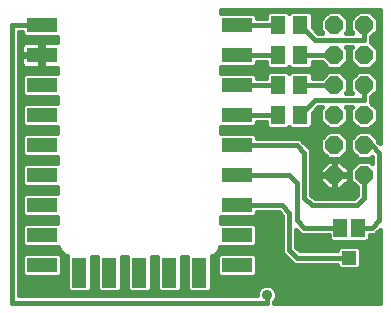
<source format=gtl>
G75*
%MOIN*%
%OFA0B0*%
%FSLAX24Y24*%
%IPPOS*%
%LPD*%
%AMOC8*
5,1,8,0,0,1.08239X$1,22.5*
%
%ADD10R,0.0512X0.0591*%
%ADD11R,0.1000X0.0500*%
%ADD12R,0.0500X0.1000*%
%ADD13R,0.0472X0.0472*%
%ADD14R,0.0460X0.0630*%
%ADD15OC8,0.0600*%
%ADD16C,0.0160*%
%ADD17C,0.0357*%
%ADD18R,0.0396X0.0396*%
D10*
X012635Y009643D03*
X013384Y009643D03*
X013384Y010643D03*
X012635Y010643D03*
X012635Y011643D03*
X013384Y011643D03*
X013384Y012643D03*
X012635Y012643D03*
D11*
X011260Y012643D03*
X011260Y011643D03*
X011260Y010643D03*
X011260Y009643D03*
X011260Y008643D03*
X011260Y007643D03*
X011260Y006643D03*
X011260Y005643D03*
X011260Y004643D03*
X004760Y004643D03*
X004760Y005643D03*
X004760Y006643D03*
X004760Y007643D03*
X004760Y008643D03*
X004760Y009643D03*
X004760Y010643D03*
X004760Y011643D03*
X004760Y012643D03*
D12*
X006010Y004393D03*
X007010Y004393D03*
X008010Y004393D03*
X009010Y004393D03*
X010010Y004393D03*
D13*
X015010Y004893D03*
D14*
X015310Y005893D03*
X014710Y005893D03*
D15*
X014510Y007643D03*
X015510Y007643D03*
X015510Y008643D03*
X014510Y008643D03*
X014510Y009643D03*
X015510Y009643D03*
X015510Y010643D03*
X014510Y010643D03*
X014510Y011643D03*
X015510Y011643D03*
X015510Y012643D03*
X014510Y012643D03*
D16*
X012260Y003393D02*
X003760Y003393D01*
X003760Y012643D01*
X004760Y012643D01*
X005280Y012233D02*
X004193Y012233D01*
X004100Y012327D01*
X004100Y012403D01*
X004000Y012403D01*
X004000Y003633D01*
X011921Y003633D01*
X011921Y003711D01*
X011973Y003835D01*
X012068Y003930D01*
X012192Y003982D01*
X012327Y003982D01*
X012451Y003930D01*
X012546Y003835D01*
X012598Y003711D01*
X012598Y003576D01*
X012546Y003452D01*
X012500Y003405D01*
X012500Y003373D01*
X016022Y003373D01*
X016022Y005816D01*
X015895Y005690D01*
X015807Y005653D01*
X015700Y005653D01*
X015700Y005512D01*
X015606Y005418D01*
X015013Y005418D01*
X015010Y005422D01*
X015006Y005418D01*
X014413Y005418D01*
X014320Y005512D01*
X014320Y005653D01*
X013462Y005653D01*
X013374Y005690D01*
X013306Y005757D01*
X013250Y005814D01*
X013250Y005243D01*
X013359Y005133D01*
X014613Y005133D01*
X014613Y005196D01*
X014707Y005289D01*
X015312Y005289D01*
X015406Y005196D01*
X015406Y004591D01*
X015312Y004497D01*
X014707Y004497D01*
X014613Y004591D01*
X014613Y004653D01*
X013212Y004653D01*
X013124Y004690D01*
X013056Y004757D01*
X012806Y005007D01*
X012770Y005096D01*
X012770Y006294D01*
X012660Y006403D01*
X011920Y006403D01*
X011920Y006327D01*
X011826Y006233D01*
X010740Y006233D01*
X010740Y006053D01*
X011826Y006053D01*
X011920Y005960D01*
X011920Y005327D01*
X011826Y005233D01*
X010713Y005233D01*
X010666Y005121D01*
X010531Y004986D01*
X010420Y004940D01*
X010420Y003827D01*
X010326Y003733D01*
X009693Y003733D01*
X009600Y003827D01*
X009600Y004913D01*
X009420Y004913D01*
X009420Y003827D01*
X009326Y003733D01*
X008693Y003733D01*
X008600Y003827D01*
X008600Y004913D01*
X008420Y004913D01*
X008420Y003827D01*
X008326Y003733D01*
X007693Y003733D01*
X007600Y003827D01*
X007600Y004913D01*
X007420Y004913D01*
X007420Y003827D01*
X007326Y003733D01*
X006693Y003733D01*
X006600Y003827D01*
X006600Y004913D01*
X006420Y004913D01*
X006420Y003827D01*
X006326Y003733D01*
X005693Y003733D01*
X005600Y003827D01*
X005600Y004940D01*
X005488Y004986D01*
X005353Y005121D01*
X005306Y005233D01*
X004193Y005233D01*
X004100Y005327D01*
X004100Y005960D01*
X004193Y006053D01*
X005280Y006053D01*
X005280Y006233D01*
X004193Y006233D01*
X004100Y006327D01*
X004100Y006960D01*
X004193Y007053D01*
X005280Y007053D01*
X005280Y007233D01*
X004193Y007233D01*
X004100Y007327D01*
X004100Y007960D01*
X004193Y008053D01*
X005280Y008053D01*
X005280Y008233D01*
X004193Y008233D01*
X004100Y008327D01*
X004100Y008960D01*
X004193Y009053D01*
X005280Y009053D01*
X005280Y009233D01*
X004193Y009233D01*
X004100Y009327D01*
X004100Y009960D01*
X004193Y010053D01*
X005280Y010053D01*
X005280Y010233D01*
X004193Y010233D01*
X004100Y010327D01*
X004100Y010960D01*
X004193Y011053D01*
X005280Y011053D01*
X005280Y011213D01*
X004805Y011213D01*
X004805Y011598D01*
X004715Y011598D01*
X004715Y011213D01*
X004236Y011213D01*
X004190Y011226D01*
X004149Y011249D01*
X004115Y011283D01*
X004092Y011324D01*
X004080Y011370D01*
X004080Y011598D01*
X004715Y011598D01*
X004715Y011688D01*
X004715Y012073D01*
X004236Y012073D01*
X004190Y012061D01*
X004149Y012037D01*
X004115Y012004D01*
X004092Y011963D01*
X004080Y011917D01*
X004080Y011688D01*
X004715Y011688D01*
X004805Y011688D01*
X004805Y012073D01*
X005280Y012073D01*
X005280Y012233D01*
X005280Y012086D02*
X004000Y012086D01*
X004000Y011928D02*
X004082Y011928D01*
X004080Y011769D02*
X004000Y011769D01*
X004000Y011611D02*
X004715Y011611D01*
X004715Y011452D02*
X004805Y011452D01*
X004805Y011294D02*
X004715Y011294D01*
X005280Y011135D02*
X004000Y011135D01*
X004000Y010977D02*
X004117Y010977D01*
X004100Y010818D02*
X004000Y010818D01*
X004000Y010660D02*
X004100Y010660D01*
X004100Y010501D02*
X004000Y010501D01*
X004000Y010343D02*
X004100Y010343D01*
X004000Y010184D02*
X005280Y010184D01*
X004166Y010026D02*
X004000Y010026D01*
X004000Y009867D02*
X004100Y009867D01*
X004100Y009709D02*
X004000Y009709D01*
X004000Y009550D02*
X004100Y009550D01*
X004100Y009392D02*
X004000Y009392D01*
X004000Y009233D02*
X004193Y009233D01*
X004000Y009075D02*
X005280Y009075D01*
X005280Y008124D02*
X004000Y008124D01*
X004000Y007965D02*
X004105Y007965D01*
X004100Y007807D02*
X004000Y007807D01*
X004000Y007648D02*
X004100Y007648D01*
X004100Y007490D02*
X004000Y007490D01*
X004000Y007331D02*
X004100Y007331D01*
X004000Y007173D02*
X005280Y007173D01*
X005280Y006222D02*
X004000Y006222D01*
X004000Y006380D02*
X004100Y006380D01*
X004100Y006539D02*
X004000Y006539D01*
X004000Y006697D02*
X004100Y006697D01*
X004100Y006856D02*
X004000Y006856D01*
X004000Y007014D02*
X004154Y007014D01*
X004000Y006063D02*
X005280Y006063D01*
X005362Y005112D02*
X004000Y005112D01*
X004000Y004954D02*
X004100Y004954D01*
X004100Y004960D02*
X004100Y004327D01*
X004193Y004233D01*
X005326Y004233D01*
X005420Y004327D01*
X005420Y004960D01*
X005326Y005053D01*
X004193Y005053D01*
X004100Y004960D01*
X004100Y004795D02*
X004000Y004795D01*
X004000Y004637D02*
X004100Y004637D01*
X004100Y004478D02*
X004000Y004478D01*
X004000Y004320D02*
X004107Y004320D01*
X004000Y004161D02*
X005600Y004161D01*
X005600Y004003D02*
X004000Y004003D01*
X004000Y003844D02*
X005600Y003844D01*
X005600Y004320D02*
X005412Y004320D01*
X005420Y004478D02*
X005600Y004478D01*
X005600Y004637D02*
X005420Y004637D01*
X005420Y004795D02*
X005600Y004795D01*
X005566Y004954D02*
X005420Y004954D01*
X006420Y004795D02*
X006600Y004795D01*
X006600Y004637D02*
X006420Y004637D01*
X006420Y004478D02*
X006600Y004478D01*
X006600Y004320D02*
X006420Y004320D01*
X006420Y004161D02*
X006600Y004161D01*
X006600Y004003D02*
X006420Y004003D01*
X006420Y003844D02*
X006600Y003844D01*
X007420Y003844D02*
X007600Y003844D01*
X007600Y004003D02*
X007420Y004003D01*
X007420Y004161D02*
X007600Y004161D01*
X007600Y004320D02*
X007420Y004320D01*
X007420Y004478D02*
X007600Y004478D01*
X007600Y004637D02*
X007420Y004637D01*
X007420Y004795D02*
X007600Y004795D01*
X008420Y004795D02*
X008600Y004795D01*
X008600Y004637D02*
X008420Y004637D01*
X008420Y004478D02*
X008600Y004478D01*
X008600Y004320D02*
X008420Y004320D01*
X008420Y004161D02*
X008600Y004161D01*
X008600Y004003D02*
X008420Y004003D01*
X008420Y003844D02*
X008600Y003844D01*
X009420Y003844D02*
X009600Y003844D01*
X009600Y004003D02*
X009420Y004003D01*
X009420Y004161D02*
X009600Y004161D01*
X009600Y004320D02*
X009420Y004320D01*
X009420Y004478D02*
X009600Y004478D01*
X009600Y004637D02*
X009420Y004637D01*
X009420Y004795D02*
X009600Y004795D01*
X010420Y004795D02*
X010600Y004795D01*
X010600Y004954D02*
X010453Y004954D01*
X010600Y004960D02*
X010600Y004327D01*
X010693Y004233D01*
X011826Y004233D01*
X011920Y004327D01*
X011920Y004960D01*
X011826Y005053D01*
X010693Y005053D01*
X010600Y004960D01*
X010657Y005112D02*
X012770Y005112D01*
X012770Y005271D02*
X011863Y005271D01*
X011920Y005429D02*
X012770Y005429D01*
X012770Y005588D02*
X011920Y005588D01*
X011920Y005746D02*
X012770Y005746D01*
X012770Y005905D02*
X011920Y005905D01*
X011920Y006380D02*
X012683Y006380D01*
X012770Y006222D02*
X010740Y006222D01*
X010740Y006063D02*
X012770Y006063D01*
X013010Y006393D02*
X013010Y005143D01*
X013260Y004893D01*
X015010Y004893D01*
X015406Y004954D02*
X016022Y004954D01*
X016022Y005112D02*
X015406Y005112D01*
X015331Y005271D02*
X016022Y005271D01*
X016022Y005429D02*
X015617Y005429D01*
X015700Y005588D02*
X016022Y005588D01*
X016022Y005746D02*
X015952Y005746D01*
X015760Y005893D02*
X016010Y006143D01*
X016010Y008393D01*
X015760Y008643D01*
X015510Y008643D01*
X015220Y008282D02*
X014799Y008282D01*
X014700Y008183D02*
X014970Y008453D01*
X014970Y008834D01*
X014700Y009103D01*
X014319Y009103D01*
X014050Y008834D01*
X014050Y008453D01*
X014319Y008183D01*
X014700Y008183D01*
X014708Y008123D02*
X014530Y008123D01*
X014530Y007663D01*
X014990Y007663D01*
X014990Y007842D01*
X014708Y008123D01*
X014490Y008123D02*
X014311Y008123D01*
X014030Y007842D01*
X014030Y007663D01*
X014490Y007663D01*
X014490Y008123D01*
X014490Y007965D02*
X014530Y007965D01*
X014530Y007807D02*
X014490Y007807D01*
X014490Y007663D02*
X014530Y007663D01*
X014530Y007623D01*
X014990Y007623D01*
X014990Y007444D01*
X014708Y007163D01*
X014530Y007163D01*
X014530Y007623D01*
X014490Y007623D01*
X014490Y007163D01*
X014311Y007163D01*
X014030Y007444D01*
X014030Y007623D01*
X014490Y007623D01*
X014490Y007663D01*
X014490Y007648D02*
X013750Y007648D01*
X013750Y007490D02*
X014030Y007490D01*
X014143Y007331D02*
X013750Y007331D01*
X013750Y007173D02*
X014301Y007173D01*
X014490Y007173D02*
X014530Y007173D01*
X014530Y007331D02*
X014490Y007331D01*
X014490Y007490D02*
X014530Y007490D01*
X014530Y007648D02*
X015050Y007648D01*
X015050Y007490D02*
X014990Y007490D01*
X015050Y007453D02*
X015270Y007233D01*
X015270Y006993D01*
X015160Y006883D01*
X013859Y006883D01*
X013750Y006993D01*
X013750Y008441D01*
X013713Y008529D01*
X013645Y008597D01*
X013395Y008847D01*
X013307Y008883D01*
X011920Y008883D01*
X011920Y008960D01*
X011826Y009053D01*
X010740Y009053D01*
X010740Y009233D01*
X011826Y009233D01*
X011920Y009327D01*
X011920Y009403D01*
X012220Y009403D01*
X012220Y009282D01*
X012313Y009188D01*
X012958Y009188D01*
X013010Y009240D01*
X013061Y009188D01*
X013706Y009188D01*
X013799Y009282D01*
X013799Y009720D01*
X013983Y009903D01*
X014119Y009903D01*
X014050Y009834D01*
X014050Y009453D01*
X014319Y009183D01*
X014700Y009183D01*
X014970Y009453D01*
X014970Y009834D01*
X014900Y009903D01*
X015119Y009903D01*
X015050Y009834D01*
X015050Y009453D01*
X015319Y009183D01*
X015700Y009183D01*
X015970Y009453D01*
X015970Y009834D01*
X015737Y010066D01*
X015750Y010096D01*
X015750Y010233D01*
X015970Y010453D01*
X015970Y010834D01*
X015700Y011103D01*
X015319Y011103D01*
X015050Y010834D01*
X015050Y010453D01*
X015119Y010383D01*
X014900Y010383D01*
X014970Y010453D01*
X014970Y010834D01*
X014700Y011103D01*
X014319Y011103D01*
X014099Y010883D01*
X013799Y010883D01*
X013799Y011005D01*
X013706Y011099D01*
X013061Y011099D01*
X013010Y011047D01*
X012958Y011099D01*
X012313Y011099D01*
X012220Y011005D01*
X012220Y010883D01*
X011920Y010883D01*
X011920Y010960D01*
X011826Y011053D01*
X010740Y011053D01*
X010740Y011233D01*
X011826Y011233D01*
X011920Y011327D01*
X011920Y011403D01*
X012220Y011403D01*
X012220Y011282D01*
X012313Y011188D01*
X012958Y011188D01*
X013010Y011240D01*
X013061Y011188D01*
X013706Y011188D01*
X013799Y011282D01*
X013799Y011403D01*
X014099Y011403D01*
X014319Y011183D01*
X014700Y011183D01*
X014970Y011453D01*
X014970Y011834D01*
X014900Y011903D01*
X015119Y011903D01*
X015050Y011834D01*
X015050Y011453D01*
X015319Y011183D01*
X015700Y011183D01*
X015970Y011453D01*
X015970Y011834D01*
X015737Y012066D01*
X015750Y012096D01*
X015750Y012233D01*
X015970Y012453D01*
X015970Y012834D01*
X015700Y013103D01*
X015319Y013103D01*
X015050Y012834D01*
X015050Y012453D01*
X015119Y012383D01*
X014900Y012383D01*
X014970Y012453D01*
X014970Y012834D01*
X014700Y013103D01*
X014319Y013103D01*
X014050Y012834D01*
X014050Y012453D01*
X014119Y012383D01*
X013983Y012383D01*
X013799Y012567D01*
X013799Y013005D01*
X013706Y013099D01*
X013061Y013099D01*
X013010Y013047D01*
X012958Y013099D01*
X012313Y013099D01*
X012220Y013005D01*
X012220Y012883D01*
X011920Y012883D01*
X011920Y012960D01*
X011826Y013053D01*
X010740Y013053D01*
X010740Y013159D01*
X016022Y013159D01*
X016022Y008721D01*
X015970Y008773D01*
X015970Y008834D01*
X015700Y009103D01*
X015319Y009103D01*
X015050Y008834D01*
X015050Y008453D01*
X015319Y008183D01*
X015700Y008183D01*
X015770Y008253D01*
X015770Y008034D01*
X015700Y008103D01*
X015319Y008103D01*
X015050Y007834D01*
X015050Y007453D01*
X015171Y007331D02*
X014876Y007331D01*
X014718Y007173D02*
X015270Y007173D01*
X015270Y007014D02*
X013750Y007014D01*
X013510Y006893D02*
X013760Y006643D01*
X015260Y006643D01*
X015510Y006893D01*
X015510Y007643D01*
X015181Y007965D02*
X014866Y007965D01*
X014990Y007807D02*
X015050Y007807D01*
X015770Y008124D02*
X013750Y008124D01*
X013750Y007965D02*
X014153Y007965D01*
X014030Y007807D02*
X013750Y007807D01*
X013260Y007393D02*
X013260Y006143D01*
X013510Y005893D01*
X014710Y005893D01*
X014320Y005588D02*
X013250Y005588D01*
X013250Y005746D02*
X013317Y005746D01*
X013250Y005429D02*
X014402Y005429D01*
X014688Y005271D02*
X013250Y005271D01*
X012860Y004954D02*
X011920Y004954D01*
X011920Y004795D02*
X013018Y004795D01*
X011920Y004637D02*
X014613Y004637D01*
X015406Y004637D02*
X016022Y004637D01*
X016022Y004478D02*
X011920Y004478D01*
X011912Y004320D02*
X016022Y004320D01*
X016022Y004161D02*
X010420Y004161D01*
X010420Y004003D02*
X016022Y004003D01*
X016022Y003844D02*
X012537Y003844D01*
X012598Y003686D02*
X016022Y003686D01*
X016022Y003527D02*
X012578Y003527D01*
X012260Y003643D02*
X012260Y003393D01*
X011921Y003686D02*
X004000Y003686D01*
X004000Y005271D02*
X004156Y005271D01*
X004100Y005429D02*
X004000Y005429D01*
X004000Y005588D02*
X004100Y005588D01*
X004100Y005746D02*
X004000Y005746D01*
X004000Y005905D02*
X004100Y005905D01*
X004144Y008282D02*
X004000Y008282D01*
X004000Y008441D02*
X004100Y008441D01*
X004100Y008599D02*
X004000Y008599D01*
X004000Y008758D02*
X004100Y008758D01*
X004100Y008916D02*
X004000Y008916D01*
X004000Y011294D02*
X004109Y011294D01*
X004080Y011452D02*
X004000Y011452D01*
X004715Y011769D02*
X004805Y011769D01*
X004805Y011928D02*
X004715Y011928D01*
X004182Y012245D02*
X004000Y012245D01*
X010740Y011135D02*
X016022Y011135D01*
X016022Y010977D02*
X015827Y010977D01*
X015970Y010818D02*
X016022Y010818D01*
X016022Y010660D02*
X015970Y010660D01*
X015970Y010501D02*
X016022Y010501D01*
X016022Y010343D02*
X015860Y010343D01*
X015750Y010184D02*
X016022Y010184D01*
X016022Y010026D02*
X015778Y010026D01*
X015510Y010143D02*
X015510Y010643D01*
X015192Y010977D02*
X014827Y010977D01*
X014970Y010818D02*
X015050Y010818D01*
X015050Y010660D02*
X014970Y010660D01*
X014970Y010501D02*
X015050Y010501D01*
X014510Y010643D02*
X013384Y010643D01*
X013799Y010977D02*
X014192Y010977D01*
X014208Y011294D02*
X013799Y011294D01*
X013384Y011643D02*
X014510Y011643D01*
X014970Y011611D02*
X015050Y011611D01*
X015050Y011452D02*
X014969Y011452D01*
X014811Y011294D02*
X015208Y011294D01*
X015811Y011294D02*
X016022Y011294D01*
X016022Y011452D02*
X015969Y011452D01*
X015970Y011611D02*
X016022Y011611D01*
X016022Y011769D02*
X015970Y011769D01*
X016022Y011928D02*
X015876Y011928D01*
X015746Y012086D02*
X016022Y012086D01*
X016022Y012245D02*
X015762Y012245D01*
X015920Y012403D02*
X016022Y012403D01*
X016022Y012562D02*
X015970Y012562D01*
X015970Y012720D02*
X016022Y012720D01*
X016022Y012879D02*
X015925Y012879D01*
X016022Y013037D02*
X015766Y013037D01*
X015510Y012643D02*
X015510Y012143D01*
X013884Y012143D01*
X013384Y012643D01*
X013799Y012720D02*
X014050Y012720D01*
X014050Y012562D02*
X013804Y012562D01*
X013963Y012403D02*
X014099Y012403D01*
X014094Y012879D02*
X013799Y012879D01*
X013767Y013037D02*
X014253Y013037D01*
X014766Y013037D02*
X015253Y013037D01*
X015094Y012879D02*
X014925Y012879D01*
X014970Y012720D02*
X015050Y012720D01*
X015050Y012562D02*
X014970Y012562D01*
X014920Y012403D02*
X015099Y012403D01*
X015050Y011769D02*
X014970Y011769D01*
X015510Y010143D02*
X013884Y010143D01*
X013384Y009643D01*
X013799Y009709D02*
X014050Y009709D01*
X014050Y009550D02*
X013799Y009550D01*
X013799Y009392D02*
X014110Y009392D01*
X014269Y009233D02*
X013751Y009233D01*
X014132Y008916D02*
X011920Y008916D01*
X011826Y009233D02*
X012268Y009233D01*
X012220Y009392D02*
X011920Y009392D01*
X011260Y009643D02*
X012635Y009643D01*
X013003Y009233D02*
X013016Y009233D01*
X013484Y008758D02*
X014050Y008758D01*
X014050Y008599D02*
X013643Y008599D01*
X013750Y008441D02*
X014061Y008441D01*
X014220Y008282D02*
X013750Y008282D01*
X013510Y008393D02*
X013510Y006893D01*
X013260Y007393D02*
X013010Y007643D01*
X011260Y007643D01*
X011260Y006643D02*
X012760Y006643D01*
X013010Y006393D01*
X013510Y008393D02*
X013260Y008643D01*
X011260Y008643D01*
X010740Y009075D02*
X014290Y009075D01*
X014729Y009075D02*
X015290Y009075D01*
X015269Y009233D02*
X014750Y009233D01*
X014909Y009392D02*
X015110Y009392D01*
X015050Y009550D02*
X014970Y009550D01*
X014970Y009709D02*
X015050Y009709D01*
X015083Y009867D02*
X014936Y009867D01*
X014083Y009867D02*
X013947Y009867D01*
X014887Y008916D02*
X015132Y008916D01*
X015050Y008758D02*
X014970Y008758D01*
X014970Y008599D02*
X015050Y008599D01*
X015061Y008441D02*
X014958Y008441D01*
X015729Y009075D02*
X016022Y009075D01*
X016022Y009233D02*
X015750Y009233D01*
X015909Y009392D02*
X016022Y009392D01*
X016022Y009550D02*
X015970Y009550D01*
X015970Y009709D02*
X016022Y009709D01*
X016022Y009867D02*
X015936Y009867D01*
X015887Y008916D02*
X016022Y008916D01*
X016022Y008758D02*
X015984Y008758D01*
X012635Y010643D02*
X011260Y010643D01*
X011902Y010977D02*
X012220Y010977D01*
X012220Y011294D02*
X011886Y011294D01*
X011260Y011643D02*
X012635Y011643D01*
X012635Y012643D02*
X011260Y012643D01*
X011842Y013037D02*
X012252Y013037D01*
X015310Y005893D02*
X015760Y005893D01*
X016022Y004795D02*
X015406Y004795D01*
X011982Y003844D02*
X010420Y003844D01*
X010420Y004320D02*
X010607Y004320D01*
X010600Y004478D02*
X010420Y004478D01*
X010420Y004637D02*
X010600Y004637D01*
D17*
X012260Y003643D03*
D18*
X015760Y003643D03*
M02*

</source>
